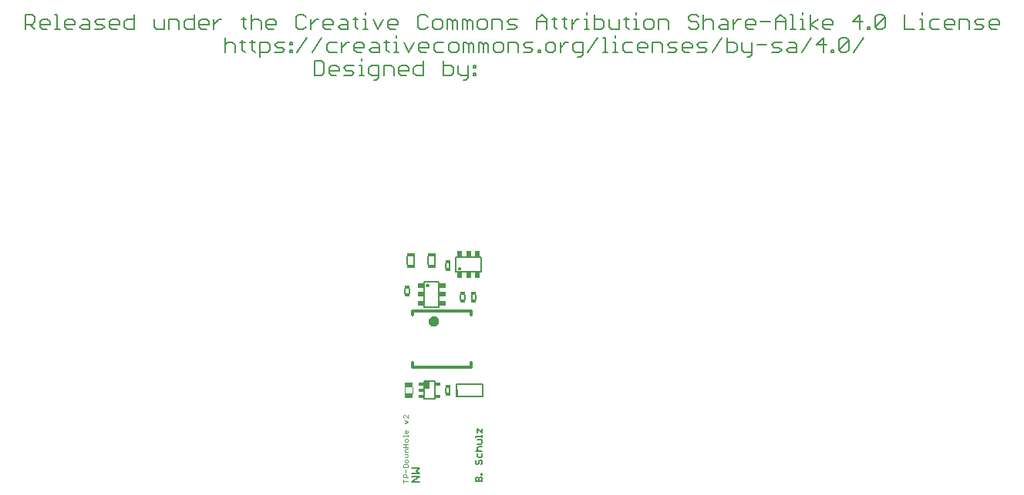
<source format=gto>
G75*
%MOIN*%
%OFA0B0*%
%FSLAX25Y25*%
%IPPOS*%
%LPD*%
%AMOC8*
5,1,8,0,0,1.08239X$1,22.5*
%
%ADD10C,0.00500*%
%ADD11C,0.00400*%
%ADD12C,0.00600*%
%ADD13C,0.03200*%
%ADD14C,0.01200*%
%ADD15R,0.02362X0.01181*%
%ADD16R,0.03400X0.01600*%
%ADD17R,0.01969X0.02559*%
%ADD18C,0.00800*%
%ADD19R,0.02067X0.01181*%
%ADD20R,0.02000X0.03500*%
%ADD21R,0.03740X0.01969*%
%ADD22R,0.02559X0.01969*%
D10*
X0198381Y0040433D02*
X0198381Y0041784D01*
X0198831Y0042235D01*
X0199282Y0042235D01*
X0199732Y0041784D01*
X0199732Y0040433D01*
X0201083Y0040433D02*
X0198381Y0040433D01*
X0199732Y0041784D02*
X0200183Y0042235D01*
X0200633Y0042235D01*
X0201083Y0041784D01*
X0201083Y0040433D01*
X0201083Y0043380D02*
X0201083Y0043830D01*
X0200633Y0043830D01*
X0200633Y0043380D01*
X0201083Y0043380D01*
X0200633Y0047799D02*
X0201083Y0048250D01*
X0201083Y0049151D01*
X0200633Y0049601D01*
X0200183Y0049601D01*
X0199732Y0049151D01*
X0199732Y0048250D01*
X0199282Y0047799D01*
X0198831Y0047799D01*
X0198381Y0048250D01*
X0198381Y0049151D01*
X0198831Y0049601D01*
X0199732Y0050746D02*
X0200633Y0050746D01*
X0201083Y0051196D01*
X0201083Y0052547D01*
X0201083Y0053692D02*
X0198381Y0053692D01*
X0199282Y0054143D02*
X0199282Y0055044D01*
X0199732Y0055494D01*
X0201083Y0055494D01*
X0200633Y0056639D02*
X0201083Y0057089D01*
X0201083Y0058440D01*
X0199282Y0058440D01*
X0198381Y0059585D02*
X0198381Y0060036D01*
X0201083Y0060036D01*
X0201083Y0060486D02*
X0201083Y0059585D01*
X0201083Y0061550D02*
X0201083Y0063351D01*
X0199282Y0063351D02*
X0201083Y0061550D01*
X0199282Y0061550D02*
X0199282Y0063351D01*
X0199282Y0056639D02*
X0200633Y0056639D01*
X0199282Y0054143D02*
X0199732Y0053692D01*
X0199282Y0052547D02*
X0199282Y0051196D01*
X0199732Y0050746D01*
D11*
X0167132Y0041218D02*
X0167132Y0039883D01*
X0167132Y0040550D02*
X0169133Y0040550D01*
X0169133Y0042093D02*
X0167132Y0042093D01*
X0167132Y0043094D01*
X0167465Y0043427D01*
X0168132Y0043427D01*
X0168466Y0043094D01*
X0168466Y0042093D01*
X0168132Y0044303D02*
X0168132Y0045637D01*
X0167132Y0046513D02*
X0169133Y0046513D01*
X0169133Y0047514D01*
X0168800Y0047847D01*
X0167465Y0047847D01*
X0167132Y0047514D01*
X0167132Y0046513D01*
X0168132Y0048723D02*
X0168800Y0048723D01*
X0169133Y0049056D01*
X0169133Y0049723D01*
X0168800Y0050057D01*
X0168132Y0050057D01*
X0167799Y0049723D01*
X0167799Y0049056D01*
X0168132Y0048723D01*
X0167799Y0050932D02*
X0168800Y0050932D01*
X0169133Y0051266D01*
X0168800Y0051600D01*
X0169133Y0051933D01*
X0168800Y0052267D01*
X0167799Y0052267D01*
X0167799Y0053142D02*
X0167799Y0054143D01*
X0168132Y0054477D01*
X0169133Y0054477D01*
X0169133Y0055352D02*
X0167132Y0055352D01*
X0168132Y0055352D02*
X0168132Y0056687D01*
X0168132Y0057562D02*
X0168800Y0057562D01*
X0169133Y0057896D01*
X0169133Y0058563D01*
X0168800Y0058897D01*
X0168132Y0058897D01*
X0167799Y0058563D01*
X0167799Y0057896D01*
X0168132Y0057562D01*
X0167132Y0056687D02*
X0169133Y0056687D01*
X0169133Y0059772D02*
X0169133Y0060439D01*
X0169133Y0060106D02*
X0167132Y0060106D01*
X0167132Y0059772D01*
X0168132Y0061245D02*
X0167799Y0061579D01*
X0167799Y0062246D01*
X0168132Y0062580D01*
X0168466Y0062580D01*
X0168466Y0061245D01*
X0168800Y0061245D02*
X0168132Y0061245D01*
X0168800Y0061245D02*
X0169133Y0061579D01*
X0169133Y0062246D01*
X0167799Y0065665D02*
X0169133Y0066332D01*
X0167799Y0066999D01*
X0167465Y0067875D02*
X0167132Y0068208D01*
X0167132Y0068876D01*
X0167465Y0069209D01*
X0167799Y0069209D01*
X0169133Y0067875D01*
X0169133Y0069209D01*
X0167684Y0078531D02*
X0167684Y0081335D01*
X0171034Y0081335D02*
X0171034Y0078531D01*
X0169133Y0053142D02*
X0167799Y0053142D01*
D12*
X0170630Y0046185D02*
X0174033Y0046185D01*
X0172899Y0045051D01*
X0174033Y0043916D01*
X0170630Y0043916D01*
X0170630Y0042502D02*
X0174033Y0042502D01*
X0170630Y0040233D01*
X0174033Y0040233D01*
X0190233Y0077333D02*
X0201433Y0077333D01*
X0201433Y0082533D01*
X0190233Y0082533D01*
X0190233Y0077333D01*
X0187215Y0078969D02*
X0187215Y0080898D01*
X0185451Y0080898D02*
X0185451Y0078969D01*
X0182522Y0115835D02*
X0176144Y0115835D01*
X0176144Y0116205D01*
X0176144Y0115835D02*
X0176144Y0127031D01*
X0176144Y0126661D01*
X0176144Y0127031D02*
X0182522Y0127031D01*
X0182522Y0126661D01*
X0182522Y0127031D02*
X0182522Y0115835D01*
X0182522Y0116205D01*
X0182522Y0119378D02*
X0182522Y0119748D01*
X0182522Y0123118D02*
X0182522Y0123488D01*
X0177168Y0125370D02*
X0177170Y0125409D01*
X0177176Y0125448D01*
X0177186Y0125486D01*
X0177199Y0125523D01*
X0177216Y0125558D01*
X0177236Y0125592D01*
X0177260Y0125623D01*
X0177287Y0125652D01*
X0177316Y0125678D01*
X0177348Y0125701D01*
X0177382Y0125721D01*
X0177418Y0125737D01*
X0177455Y0125749D01*
X0177494Y0125758D01*
X0177533Y0125763D01*
X0177572Y0125764D01*
X0177611Y0125761D01*
X0177650Y0125754D01*
X0177687Y0125743D01*
X0177724Y0125729D01*
X0177759Y0125711D01*
X0177792Y0125690D01*
X0177823Y0125665D01*
X0177851Y0125638D01*
X0177876Y0125608D01*
X0177898Y0125575D01*
X0177917Y0125541D01*
X0177932Y0125505D01*
X0177944Y0125467D01*
X0177952Y0125429D01*
X0177956Y0125390D01*
X0177956Y0125350D01*
X0177952Y0125311D01*
X0177944Y0125273D01*
X0177932Y0125235D01*
X0177917Y0125199D01*
X0177898Y0125165D01*
X0177876Y0125132D01*
X0177851Y0125102D01*
X0177823Y0125075D01*
X0177792Y0125050D01*
X0177759Y0125029D01*
X0177724Y0125011D01*
X0177687Y0124997D01*
X0177650Y0124986D01*
X0177611Y0124979D01*
X0177572Y0124976D01*
X0177533Y0124977D01*
X0177494Y0124982D01*
X0177455Y0124991D01*
X0177418Y0125003D01*
X0177382Y0125019D01*
X0177348Y0125039D01*
X0177316Y0125062D01*
X0177287Y0125088D01*
X0177260Y0125117D01*
X0177236Y0125148D01*
X0177216Y0125182D01*
X0177199Y0125217D01*
X0177186Y0125254D01*
X0177176Y0125292D01*
X0177170Y0125331D01*
X0177168Y0125370D01*
X0176144Y0123488D02*
X0176144Y0123118D01*
X0176144Y0119748D02*
X0176144Y0119378D01*
X0169715Y0121969D02*
X0169715Y0123898D01*
X0167951Y0123898D02*
X0167951Y0121969D01*
X0185451Y0132969D02*
X0185451Y0134898D01*
X0187215Y0134898D02*
X0187215Y0132969D01*
X0189735Y0131244D02*
X0190105Y0131244D01*
X0189735Y0131244D02*
X0189735Y0137622D01*
X0190105Y0137622D01*
X0189735Y0137622D02*
X0200932Y0137622D01*
X0200562Y0137622D01*
X0200932Y0137622D02*
X0200932Y0131244D01*
X0200562Y0131244D01*
X0200932Y0131244D02*
X0189735Y0131244D01*
X0191002Y0132661D02*
X0191004Y0132700D01*
X0191010Y0132739D01*
X0191020Y0132777D01*
X0191033Y0132814D01*
X0191050Y0132849D01*
X0191070Y0132883D01*
X0191094Y0132914D01*
X0191121Y0132943D01*
X0191150Y0132969D01*
X0191182Y0132992D01*
X0191216Y0133012D01*
X0191252Y0133028D01*
X0191289Y0133040D01*
X0191328Y0133049D01*
X0191367Y0133054D01*
X0191406Y0133055D01*
X0191445Y0133052D01*
X0191484Y0133045D01*
X0191521Y0133034D01*
X0191558Y0133020D01*
X0191593Y0133002D01*
X0191626Y0132981D01*
X0191657Y0132956D01*
X0191685Y0132929D01*
X0191710Y0132899D01*
X0191732Y0132866D01*
X0191751Y0132832D01*
X0191766Y0132796D01*
X0191778Y0132758D01*
X0191786Y0132720D01*
X0191790Y0132681D01*
X0191790Y0132641D01*
X0191786Y0132602D01*
X0191778Y0132564D01*
X0191766Y0132526D01*
X0191751Y0132490D01*
X0191732Y0132456D01*
X0191710Y0132423D01*
X0191685Y0132393D01*
X0191657Y0132366D01*
X0191626Y0132341D01*
X0191593Y0132320D01*
X0191558Y0132302D01*
X0191521Y0132288D01*
X0191484Y0132277D01*
X0191445Y0132270D01*
X0191406Y0132267D01*
X0191367Y0132268D01*
X0191328Y0132273D01*
X0191289Y0132282D01*
X0191252Y0132294D01*
X0191216Y0132310D01*
X0191182Y0132330D01*
X0191150Y0132353D01*
X0191121Y0132379D01*
X0191094Y0132408D01*
X0191070Y0132439D01*
X0191050Y0132473D01*
X0191033Y0132508D01*
X0191020Y0132545D01*
X0191010Y0132583D01*
X0191004Y0132622D01*
X0191002Y0132661D01*
X0193278Y0131244D02*
X0193648Y0131244D01*
X0197018Y0131244D02*
X0197388Y0131244D01*
X0197388Y0137622D02*
X0197018Y0137622D01*
X0193648Y0137622D02*
X0193278Y0137622D01*
X0180735Y0137884D02*
X0180735Y0134482D01*
X0177932Y0134482D02*
X0177932Y0137884D01*
X0171735Y0137884D02*
X0171735Y0134482D01*
X0168932Y0134482D02*
X0168932Y0137884D01*
X0191951Y0121148D02*
X0191951Y0119219D01*
X0193715Y0119219D02*
X0193715Y0121148D01*
X0196701Y0121148D02*
X0196701Y0119219D01*
X0198465Y0119219D02*
X0198465Y0121148D01*
X0194143Y0214098D02*
X0193075Y0214098D01*
X0194143Y0214098D02*
X0195210Y0215166D01*
X0195210Y0220503D01*
X0197385Y0220503D02*
X0197385Y0219436D01*
X0198453Y0219436D01*
X0198453Y0220503D01*
X0197385Y0220503D01*
X0197385Y0217301D02*
X0197385Y0216233D01*
X0198453Y0216233D01*
X0198453Y0217301D01*
X0197385Y0217301D01*
X0195210Y0216233D02*
X0192007Y0216233D01*
X0190940Y0217301D01*
X0190940Y0220503D01*
X0188765Y0219436D02*
X0188765Y0217301D01*
X0187697Y0216233D01*
X0184494Y0216233D01*
X0184494Y0222639D01*
X0184494Y0220503D02*
X0187697Y0220503D01*
X0188765Y0219436D01*
X0187829Y0226233D02*
X0186761Y0227301D01*
X0186761Y0229436D01*
X0187829Y0230503D01*
X0189964Y0230503D01*
X0191032Y0229436D01*
X0191032Y0227301D01*
X0189964Y0226233D01*
X0187829Y0226233D01*
X0184586Y0226233D02*
X0181383Y0226233D01*
X0180316Y0227301D01*
X0180316Y0229436D01*
X0181383Y0230503D01*
X0184586Y0230503D01*
X0178141Y0229436D02*
X0178141Y0228368D01*
X0173870Y0228368D01*
X0173870Y0227301D02*
X0173870Y0229436D01*
X0174938Y0230503D01*
X0177073Y0230503D01*
X0178141Y0229436D01*
X0174938Y0226233D02*
X0173870Y0227301D01*
X0174938Y0226233D02*
X0177073Y0226233D01*
X0175874Y0222639D02*
X0175874Y0216233D01*
X0172671Y0216233D01*
X0171603Y0217301D01*
X0171603Y0219436D01*
X0172671Y0220503D01*
X0175874Y0220503D01*
X0169428Y0219436D02*
X0169428Y0218368D01*
X0165158Y0218368D01*
X0165158Y0217301D02*
X0165158Y0219436D01*
X0166225Y0220503D01*
X0168361Y0220503D01*
X0169428Y0219436D01*
X0166225Y0216233D02*
X0165158Y0217301D01*
X0166225Y0216233D02*
X0168361Y0216233D01*
X0162983Y0216233D02*
X0162983Y0219436D01*
X0161915Y0220503D01*
X0158712Y0220503D01*
X0158712Y0216233D01*
X0156537Y0216233D02*
X0153334Y0216233D01*
X0152267Y0217301D01*
X0152267Y0219436D01*
X0153334Y0220503D01*
X0156537Y0220503D01*
X0156537Y0215166D01*
X0155470Y0214098D01*
X0154402Y0214098D01*
X0150105Y0216233D02*
X0147970Y0216233D01*
X0149037Y0216233D02*
X0149037Y0220503D01*
X0147970Y0220503D01*
X0145795Y0220503D02*
X0142592Y0220503D01*
X0141524Y0219436D01*
X0142592Y0218368D01*
X0144727Y0218368D01*
X0145795Y0217301D01*
X0144727Y0216233D01*
X0141524Y0216233D01*
X0139349Y0218368D02*
X0135079Y0218368D01*
X0135079Y0217301D02*
X0135079Y0219436D01*
X0136146Y0220503D01*
X0138282Y0220503D01*
X0139349Y0219436D01*
X0139349Y0218368D01*
X0138282Y0216233D02*
X0136146Y0216233D01*
X0135079Y0217301D01*
X0132904Y0217301D02*
X0131836Y0216233D01*
X0128633Y0216233D01*
X0128633Y0222639D01*
X0131836Y0222639D01*
X0132904Y0221571D01*
X0132904Y0217301D01*
X0135191Y0226233D02*
X0138393Y0226233D01*
X0140569Y0226233D02*
X0140569Y0230503D01*
X0140569Y0228368D02*
X0142704Y0230503D01*
X0143771Y0230503D01*
X0145940Y0229436D02*
X0147007Y0230503D01*
X0149143Y0230503D01*
X0150210Y0229436D01*
X0150210Y0228368D01*
X0145940Y0228368D01*
X0145940Y0227301D02*
X0145940Y0229436D01*
X0145940Y0227301D02*
X0147007Y0226233D01*
X0149143Y0226233D01*
X0149037Y0223706D02*
X0149037Y0222639D01*
X0153453Y0226233D02*
X0152385Y0227301D01*
X0153453Y0228368D01*
X0156656Y0228368D01*
X0156656Y0229436D02*
X0156656Y0226233D01*
X0153453Y0226233D01*
X0153453Y0230503D02*
X0155588Y0230503D01*
X0156656Y0229436D01*
X0158831Y0230503D02*
X0160966Y0230503D01*
X0159898Y0231571D02*
X0159898Y0227301D01*
X0160966Y0226233D01*
X0163128Y0226233D02*
X0165263Y0226233D01*
X0164195Y0226233D02*
X0164195Y0230503D01*
X0163128Y0230503D01*
X0164195Y0232639D02*
X0164195Y0233706D01*
X0163676Y0236233D02*
X0161541Y0236233D01*
X0160474Y0237301D01*
X0160474Y0239436D01*
X0161541Y0240503D01*
X0163676Y0240503D01*
X0164744Y0239436D01*
X0164744Y0238368D01*
X0160474Y0238368D01*
X0158299Y0240503D02*
X0156163Y0236233D01*
X0154028Y0240503D01*
X0150799Y0240503D02*
X0150799Y0236233D01*
X0151866Y0236233D02*
X0149731Y0236233D01*
X0147569Y0236233D02*
X0146502Y0237301D01*
X0146502Y0241571D01*
X0147569Y0240503D02*
X0145434Y0240503D01*
X0143259Y0239436D02*
X0143259Y0236233D01*
X0140056Y0236233D01*
X0138989Y0237301D01*
X0140056Y0238368D01*
X0143259Y0238368D01*
X0143259Y0239436D02*
X0142191Y0240503D01*
X0140056Y0240503D01*
X0136814Y0239436D02*
X0136814Y0238368D01*
X0132543Y0238368D01*
X0132543Y0237301D02*
X0132543Y0239436D01*
X0133611Y0240503D01*
X0135746Y0240503D01*
X0136814Y0239436D01*
X0133611Y0236233D02*
X0132543Y0237301D01*
X0133611Y0236233D02*
X0135746Y0236233D01*
X0131948Y0232639D02*
X0127678Y0226233D01*
X0121232Y0226233D02*
X0125502Y0232639D01*
X0123929Y0236233D02*
X0124997Y0237301D01*
X0123929Y0236233D02*
X0121794Y0236233D01*
X0120727Y0237301D01*
X0120727Y0241571D01*
X0121794Y0242639D01*
X0123929Y0242639D01*
X0124997Y0241571D01*
X0127172Y0240503D02*
X0127172Y0236233D01*
X0127172Y0238368D02*
X0129307Y0240503D01*
X0130375Y0240503D01*
X0135191Y0230503D02*
X0134123Y0229436D01*
X0134123Y0227301D01*
X0135191Y0226233D01*
X0135191Y0230503D02*
X0138393Y0230503D01*
X0149731Y0240503D02*
X0150799Y0240503D01*
X0150799Y0242639D02*
X0150799Y0243706D01*
X0167425Y0230503D02*
X0169560Y0226233D01*
X0171695Y0230503D01*
X0174432Y0236233D02*
X0176567Y0236233D01*
X0177635Y0237301D01*
X0179810Y0237301D02*
X0180878Y0236233D01*
X0183013Y0236233D01*
X0184081Y0237301D01*
X0184081Y0239436D01*
X0183013Y0240503D01*
X0180878Y0240503D01*
X0179810Y0239436D01*
X0179810Y0237301D01*
X0174432Y0236233D02*
X0173365Y0237301D01*
X0173365Y0241571D01*
X0174432Y0242639D01*
X0176567Y0242639D01*
X0177635Y0241571D01*
X0186256Y0240503D02*
X0187323Y0240503D01*
X0188391Y0239436D01*
X0189458Y0240503D01*
X0190526Y0239436D01*
X0190526Y0236233D01*
X0188391Y0236233D02*
X0188391Y0239436D01*
X0186256Y0240503D02*
X0186256Y0236233D01*
X0192701Y0236233D02*
X0192701Y0240503D01*
X0193769Y0240503D01*
X0194836Y0239436D01*
X0195904Y0240503D01*
X0196972Y0239436D01*
X0196972Y0236233D01*
X0194836Y0236233D02*
X0194836Y0239436D01*
X0199147Y0239436D02*
X0199147Y0237301D01*
X0200214Y0236233D01*
X0202349Y0236233D01*
X0203417Y0237301D01*
X0203417Y0239436D01*
X0202349Y0240503D01*
X0200214Y0240503D01*
X0199147Y0239436D01*
X0205592Y0240503D02*
X0208795Y0240503D01*
X0209863Y0239436D01*
X0209863Y0236233D01*
X0212038Y0236233D02*
X0215240Y0236233D01*
X0216308Y0237301D01*
X0215240Y0238368D01*
X0213105Y0238368D01*
X0212038Y0239436D01*
X0213105Y0240503D01*
X0216308Y0240503D01*
X0224929Y0240503D02*
X0224929Y0236233D01*
X0229199Y0236233D02*
X0229199Y0240503D01*
X0227064Y0242639D01*
X0224929Y0240503D01*
X0224929Y0239436D02*
X0229199Y0239436D01*
X0231374Y0240503D02*
X0233509Y0240503D01*
X0232442Y0241571D02*
X0232442Y0237301D01*
X0233509Y0236233D01*
X0236739Y0237301D02*
X0237806Y0236233D01*
X0236739Y0237301D02*
X0236739Y0241571D01*
X0237806Y0240503D02*
X0235671Y0240503D01*
X0239968Y0240503D02*
X0239968Y0236233D01*
X0239968Y0238368D02*
X0242103Y0240503D01*
X0243171Y0240503D01*
X0245339Y0240503D02*
X0246407Y0240503D01*
X0246407Y0236233D01*
X0245339Y0236233D02*
X0247475Y0236233D01*
X0249636Y0236233D02*
X0252839Y0236233D01*
X0253907Y0237301D01*
X0253907Y0239436D01*
X0252839Y0240503D01*
X0249636Y0240503D01*
X0249636Y0242639D02*
X0249636Y0236233D01*
X0251190Y0232639D02*
X0246919Y0226233D01*
X0244744Y0226233D02*
X0241541Y0226233D01*
X0240474Y0227301D01*
X0240474Y0229436D01*
X0241541Y0230503D01*
X0244744Y0230503D01*
X0244744Y0225166D01*
X0243676Y0224098D01*
X0242609Y0224098D01*
X0235103Y0226233D02*
X0235103Y0230503D01*
X0235103Y0228368D02*
X0237238Y0230503D01*
X0238305Y0230503D01*
X0232927Y0229436D02*
X0232927Y0227301D01*
X0231860Y0226233D01*
X0229725Y0226233D01*
X0228657Y0227301D01*
X0228657Y0229436D01*
X0229725Y0230503D01*
X0231860Y0230503D01*
X0232927Y0229436D01*
X0226502Y0227301D02*
X0226502Y0226233D01*
X0225434Y0226233D01*
X0225434Y0227301D01*
X0226502Y0227301D01*
X0223259Y0227301D02*
X0222191Y0226233D01*
X0218989Y0226233D01*
X0216814Y0226233D02*
X0216814Y0229436D01*
X0215746Y0230503D01*
X0212543Y0230503D01*
X0212543Y0226233D01*
X0210368Y0227301D02*
X0210368Y0229436D01*
X0209301Y0230503D01*
X0207165Y0230503D01*
X0206098Y0229436D01*
X0206098Y0227301D01*
X0207165Y0226233D01*
X0209301Y0226233D01*
X0210368Y0227301D01*
X0203923Y0226233D02*
X0203923Y0229436D01*
X0202855Y0230503D01*
X0201787Y0229436D01*
X0201787Y0226233D01*
X0199652Y0226233D02*
X0199652Y0230503D01*
X0200720Y0230503D01*
X0201787Y0229436D01*
X0197477Y0229436D02*
X0197477Y0226233D01*
X0195342Y0226233D02*
X0195342Y0229436D01*
X0196410Y0230503D01*
X0197477Y0229436D01*
X0195342Y0229436D02*
X0194274Y0230503D01*
X0193207Y0230503D01*
X0193207Y0226233D01*
X0205592Y0236233D02*
X0205592Y0240503D01*
X0218989Y0229436D02*
X0220056Y0230503D01*
X0223259Y0230503D01*
X0222191Y0228368D02*
X0220056Y0228368D01*
X0218989Y0229436D01*
X0222191Y0228368D02*
X0223259Y0227301D01*
X0246407Y0242639D02*
X0246407Y0243706D01*
X0256082Y0240503D02*
X0256082Y0237301D01*
X0257150Y0236233D01*
X0260352Y0236233D01*
X0260352Y0240503D01*
X0262527Y0240503D02*
X0264663Y0240503D01*
X0263595Y0241571D02*
X0263595Y0237301D01*
X0264663Y0236233D01*
X0266824Y0236233D02*
X0268960Y0236233D01*
X0267892Y0236233D02*
X0267892Y0240503D01*
X0266824Y0240503D01*
X0267892Y0242639D02*
X0267892Y0243706D01*
X0271121Y0239436D02*
X0271121Y0237301D01*
X0272189Y0236233D01*
X0274324Y0236233D01*
X0275392Y0237301D01*
X0275392Y0239436D01*
X0274324Y0240503D01*
X0272189Y0240503D01*
X0271121Y0239436D01*
X0277567Y0240503D02*
X0280770Y0240503D01*
X0281837Y0239436D01*
X0281837Y0236233D01*
X0277567Y0236233D02*
X0277567Y0240503D01*
X0290458Y0240503D02*
X0291526Y0239436D01*
X0293661Y0239436D01*
X0294728Y0238368D01*
X0294728Y0237301D01*
X0293661Y0236233D01*
X0291526Y0236233D01*
X0290458Y0237301D01*
X0290458Y0240503D02*
X0290458Y0241571D01*
X0291526Y0242639D01*
X0293661Y0242639D01*
X0294728Y0241571D01*
X0296903Y0242639D02*
X0296903Y0236233D01*
X0301174Y0236233D02*
X0301174Y0239436D01*
X0300106Y0240503D01*
X0297971Y0240503D01*
X0296903Y0239436D01*
X0303349Y0237301D02*
X0304417Y0238368D01*
X0307619Y0238368D01*
X0307619Y0239436D02*
X0307619Y0236233D01*
X0304417Y0236233D01*
X0303349Y0237301D01*
X0304417Y0240503D02*
X0306552Y0240503D01*
X0307619Y0239436D01*
X0309794Y0240503D02*
X0309794Y0236233D01*
X0309794Y0238368D02*
X0311930Y0240503D01*
X0312997Y0240503D01*
X0315166Y0239436D02*
X0315166Y0237301D01*
X0316233Y0236233D01*
X0318368Y0236233D01*
X0319436Y0238368D02*
X0315166Y0238368D01*
X0315166Y0239436D02*
X0316233Y0240503D01*
X0318368Y0240503D01*
X0319436Y0239436D01*
X0319436Y0238368D01*
X0321611Y0239436D02*
X0325881Y0239436D01*
X0328057Y0239436D02*
X0332327Y0239436D01*
X0332327Y0240503D02*
X0332327Y0236233D01*
X0334502Y0236233D02*
X0336637Y0236233D01*
X0335570Y0236233D02*
X0335570Y0242639D01*
X0334502Y0242639D01*
X0332327Y0240503D02*
X0330192Y0242639D01*
X0328057Y0240503D01*
X0328057Y0236233D01*
X0327481Y0230503D02*
X0326414Y0229436D01*
X0327481Y0228368D01*
X0329616Y0228368D01*
X0330684Y0227301D01*
X0329616Y0226233D01*
X0326414Y0226233D01*
X0324239Y0229436D02*
X0319968Y0229436D01*
X0317793Y0230503D02*
X0317793Y0225166D01*
X0316725Y0224098D01*
X0315658Y0224098D01*
X0314590Y0226233D02*
X0317793Y0226233D01*
X0314590Y0226233D02*
X0313523Y0227301D01*
X0313523Y0230503D01*
X0311348Y0229436D02*
X0310280Y0230503D01*
X0307077Y0230503D01*
X0307077Y0232639D02*
X0307077Y0226233D01*
X0310280Y0226233D01*
X0311348Y0227301D01*
X0311348Y0229436D01*
X0304902Y0232639D02*
X0300632Y0226233D01*
X0298457Y0227301D02*
X0297389Y0226233D01*
X0294186Y0226233D01*
X0295254Y0228368D02*
X0294186Y0229436D01*
X0295254Y0230503D01*
X0298457Y0230503D01*
X0297389Y0228368D02*
X0295254Y0228368D01*
X0297389Y0228368D02*
X0298457Y0227301D01*
X0292011Y0228368D02*
X0287741Y0228368D01*
X0287741Y0227301D02*
X0287741Y0229436D01*
X0288808Y0230503D01*
X0290943Y0230503D01*
X0292011Y0229436D01*
X0292011Y0228368D01*
X0290943Y0226233D02*
X0288808Y0226233D01*
X0287741Y0227301D01*
X0285566Y0227301D02*
X0284498Y0228368D01*
X0282363Y0228368D01*
X0281295Y0229436D01*
X0282363Y0230503D01*
X0285566Y0230503D01*
X0285566Y0227301D02*
X0284498Y0226233D01*
X0281295Y0226233D01*
X0279120Y0226233D02*
X0279120Y0229436D01*
X0278052Y0230503D01*
X0274850Y0230503D01*
X0274850Y0226233D01*
X0272675Y0228368D02*
X0268404Y0228368D01*
X0268404Y0227301D02*
X0268404Y0229436D01*
X0269472Y0230503D01*
X0271607Y0230503D01*
X0272675Y0229436D01*
X0272675Y0228368D01*
X0271607Y0226233D02*
X0269472Y0226233D01*
X0268404Y0227301D01*
X0266229Y0226233D02*
X0263026Y0226233D01*
X0261959Y0227301D01*
X0261959Y0229436D01*
X0263026Y0230503D01*
X0266229Y0230503D01*
X0258729Y0230503D02*
X0258729Y0226233D01*
X0257662Y0226233D02*
X0259797Y0226233D01*
X0255500Y0226233D02*
X0253365Y0226233D01*
X0254432Y0226233D02*
X0254432Y0232639D01*
X0253365Y0232639D01*
X0257662Y0230503D02*
X0258729Y0230503D01*
X0258729Y0232639D02*
X0258729Y0233706D01*
X0327481Y0230503D02*
X0330684Y0230503D01*
X0333927Y0230503D02*
X0336062Y0230503D01*
X0337130Y0229436D01*
X0337130Y0226233D01*
X0333927Y0226233D01*
X0332859Y0227301D01*
X0333927Y0228368D01*
X0337130Y0228368D01*
X0339305Y0226233D02*
X0343575Y0232639D01*
X0343096Y0236233D02*
X0343096Y0242639D01*
X0339867Y0242639D02*
X0339867Y0243706D01*
X0339867Y0240503D02*
X0338799Y0240503D01*
X0339867Y0240503D02*
X0339867Y0236233D01*
X0340934Y0236233D02*
X0338799Y0236233D01*
X0343096Y0238368D02*
X0346299Y0240503D01*
X0348467Y0239436D02*
X0348467Y0237301D01*
X0349535Y0236233D01*
X0351670Y0236233D01*
X0352738Y0238368D02*
X0348467Y0238368D01*
X0348467Y0239436D02*
X0349535Y0240503D01*
X0351670Y0240503D01*
X0352738Y0239436D01*
X0352738Y0238368D01*
X0346299Y0236233D02*
X0343096Y0238368D01*
X0348953Y0232639D02*
X0345750Y0229436D01*
X0350021Y0229436D01*
X0352196Y0227301D02*
X0353263Y0227301D01*
X0353263Y0226233D01*
X0352196Y0226233D01*
X0352196Y0227301D01*
X0355418Y0227301D02*
X0356486Y0226233D01*
X0358621Y0226233D01*
X0359689Y0227301D01*
X0359689Y0231571D01*
X0355418Y0227301D01*
X0355418Y0231571D01*
X0356486Y0232639D01*
X0358621Y0232639D01*
X0359689Y0231571D01*
X0364561Y0236233D02*
X0364561Y0242639D01*
X0361358Y0239436D01*
X0365629Y0239436D01*
X0367804Y0237301D02*
X0368871Y0237301D01*
X0368871Y0236233D01*
X0367804Y0236233D01*
X0367804Y0237301D01*
X0371027Y0237301D02*
X0372094Y0236233D01*
X0374229Y0236233D01*
X0375297Y0237301D01*
X0375297Y0241571D01*
X0371027Y0237301D01*
X0371027Y0241571D01*
X0372094Y0242639D01*
X0374229Y0242639D01*
X0375297Y0241571D01*
X0383918Y0242639D02*
X0383918Y0236233D01*
X0388188Y0236233D01*
X0390363Y0236233D02*
X0392498Y0236233D01*
X0391431Y0236233D02*
X0391431Y0240503D01*
X0390363Y0240503D01*
X0391431Y0242639D02*
X0391431Y0243706D01*
X0394660Y0239436D02*
X0394660Y0237301D01*
X0395728Y0236233D01*
X0398930Y0236233D01*
X0401106Y0237301D02*
X0401106Y0239436D01*
X0402173Y0240503D01*
X0404308Y0240503D01*
X0405376Y0239436D01*
X0405376Y0238368D01*
X0401106Y0238368D01*
X0401106Y0237301D02*
X0402173Y0236233D01*
X0404308Y0236233D01*
X0407551Y0236233D02*
X0407551Y0240503D01*
X0410754Y0240503D01*
X0411821Y0239436D01*
X0411821Y0236233D01*
X0413997Y0236233D02*
X0417199Y0236233D01*
X0418267Y0237301D01*
X0417199Y0238368D01*
X0415064Y0238368D01*
X0413997Y0239436D01*
X0415064Y0240503D01*
X0418267Y0240503D01*
X0420442Y0239436D02*
X0421510Y0240503D01*
X0423645Y0240503D01*
X0424712Y0239436D01*
X0424712Y0238368D01*
X0420442Y0238368D01*
X0420442Y0237301D02*
X0420442Y0239436D01*
X0420442Y0237301D02*
X0421510Y0236233D01*
X0423645Y0236233D01*
X0398930Y0240503D02*
X0395728Y0240503D01*
X0394660Y0239436D01*
X0366134Y0232639D02*
X0361864Y0226233D01*
X0348953Y0226233D02*
X0348953Y0232639D01*
X0119077Y0230503D02*
X0119077Y0229436D01*
X0118009Y0229436D01*
X0118009Y0230503D01*
X0119077Y0230503D01*
X0119077Y0227301D02*
X0119077Y0226233D01*
X0118009Y0226233D01*
X0118009Y0227301D01*
X0119077Y0227301D01*
X0115834Y0227301D02*
X0114767Y0226233D01*
X0111564Y0226233D01*
X0112631Y0228368D02*
X0111564Y0229436D01*
X0112631Y0230503D01*
X0115834Y0230503D01*
X0114767Y0228368D02*
X0112631Y0228368D01*
X0114767Y0228368D02*
X0115834Y0227301D01*
X0109389Y0227301D02*
X0108321Y0226233D01*
X0105118Y0226233D01*
X0105118Y0224098D02*
X0105118Y0230503D01*
X0108321Y0230503D01*
X0109389Y0229436D01*
X0109389Y0227301D01*
X0102956Y0226233D02*
X0101889Y0227301D01*
X0101889Y0231571D01*
X0102956Y0230503D02*
X0100821Y0230503D01*
X0098659Y0230503D02*
X0096524Y0230503D01*
X0097592Y0231571D02*
X0097592Y0227301D01*
X0098659Y0226233D01*
X0094349Y0226233D02*
X0094349Y0229436D01*
X0093282Y0230503D01*
X0091146Y0230503D01*
X0090079Y0229436D01*
X0090079Y0232639D02*
X0090079Y0226233D01*
X0085276Y0236233D02*
X0085276Y0240503D01*
X0085276Y0238368D02*
X0087411Y0240503D01*
X0088479Y0240503D01*
X0083101Y0239436D02*
X0083101Y0238368D01*
X0078831Y0238368D01*
X0078831Y0237301D02*
X0078831Y0239436D01*
X0079898Y0240503D01*
X0082034Y0240503D01*
X0083101Y0239436D01*
X0079898Y0236233D02*
X0078831Y0237301D01*
X0079898Y0236233D02*
X0082034Y0236233D01*
X0076656Y0236233D02*
X0073453Y0236233D01*
X0072385Y0237301D01*
X0072385Y0239436D01*
X0073453Y0240503D01*
X0076656Y0240503D01*
X0076656Y0242639D02*
X0076656Y0236233D01*
X0070210Y0236233D02*
X0070210Y0239436D01*
X0069143Y0240503D01*
X0065940Y0240503D01*
X0065940Y0236233D01*
X0063765Y0236233D02*
X0063765Y0240503D01*
X0059494Y0240503D02*
X0059494Y0237301D01*
X0060562Y0236233D01*
X0063765Y0236233D01*
X0050874Y0236233D02*
X0050874Y0242639D01*
X0050874Y0240503D02*
X0047671Y0240503D01*
X0046603Y0239436D01*
X0046603Y0237301D01*
X0047671Y0236233D01*
X0050874Y0236233D01*
X0044428Y0238368D02*
X0040158Y0238368D01*
X0040158Y0237301D02*
X0040158Y0239436D01*
X0041225Y0240503D01*
X0043361Y0240503D01*
X0044428Y0239436D01*
X0044428Y0238368D01*
X0043361Y0236233D02*
X0041225Y0236233D01*
X0040158Y0237301D01*
X0037983Y0237301D02*
X0036915Y0236233D01*
X0033712Y0236233D01*
X0031537Y0236233D02*
X0028334Y0236233D01*
X0027267Y0237301D01*
X0028334Y0238368D01*
X0031537Y0238368D01*
X0031537Y0239436D02*
X0031537Y0236233D01*
X0033712Y0239436D02*
X0034780Y0238368D01*
X0036915Y0238368D01*
X0037983Y0237301D01*
X0037983Y0240503D02*
X0034780Y0240503D01*
X0033712Y0239436D01*
X0031537Y0239436D02*
X0030470Y0240503D01*
X0028334Y0240503D01*
X0025092Y0239436D02*
X0025092Y0238368D01*
X0020821Y0238368D01*
X0020821Y0237301D02*
X0020821Y0239436D01*
X0021889Y0240503D01*
X0024024Y0240503D01*
X0025092Y0239436D01*
X0021889Y0236233D02*
X0020821Y0237301D01*
X0021889Y0236233D02*
X0024024Y0236233D01*
X0018659Y0236233D02*
X0016524Y0236233D01*
X0017592Y0236233D02*
X0017592Y0242639D01*
X0016524Y0242639D01*
X0014349Y0239436D02*
X0014349Y0238368D01*
X0010079Y0238368D01*
X0010079Y0237301D02*
X0010079Y0239436D01*
X0011146Y0240503D01*
X0013282Y0240503D01*
X0014349Y0239436D01*
X0011146Y0236233D02*
X0010079Y0237301D01*
X0011146Y0236233D02*
X0013282Y0236233D01*
X0007904Y0236233D02*
X0005768Y0238368D01*
X0006836Y0238368D02*
X0003633Y0238368D01*
X0003633Y0236233D02*
X0003633Y0242639D01*
X0006836Y0242639D01*
X0007904Y0241571D01*
X0007904Y0239436D01*
X0006836Y0238368D01*
X0097093Y0240503D02*
X0099228Y0240503D01*
X0098161Y0241571D02*
X0098161Y0237301D01*
X0099228Y0236233D01*
X0101390Y0236233D02*
X0101390Y0242639D01*
X0102458Y0240503D02*
X0104593Y0240503D01*
X0105660Y0239436D01*
X0105660Y0236233D01*
X0107836Y0237301D02*
X0107836Y0239436D01*
X0108903Y0240503D01*
X0111038Y0240503D01*
X0112106Y0239436D01*
X0112106Y0238368D01*
X0107836Y0238368D01*
X0107836Y0237301D02*
X0108903Y0236233D01*
X0111038Y0236233D01*
X0102458Y0240503D02*
X0101390Y0239436D01*
D13*
X0179833Y0109683D02*
X0179835Y0109727D01*
X0179841Y0109771D01*
X0179851Y0109814D01*
X0179864Y0109856D01*
X0179881Y0109897D01*
X0179902Y0109936D01*
X0179926Y0109973D01*
X0179953Y0110008D01*
X0179983Y0110040D01*
X0180016Y0110070D01*
X0180052Y0110096D01*
X0180089Y0110120D01*
X0180129Y0110139D01*
X0180170Y0110156D01*
X0180213Y0110168D01*
X0180256Y0110177D01*
X0180300Y0110182D01*
X0180344Y0110183D01*
X0180388Y0110180D01*
X0180432Y0110173D01*
X0180475Y0110162D01*
X0180517Y0110148D01*
X0180557Y0110130D01*
X0180596Y0110108D01*
X0180632Y0110084D01*
X0180666Y0110056D01*
X0180698Y0110025D01*
X0180727Y0109991D01*
X0180753Y0109955D01*
X0180775Y0109917D01*
X0180794Y0109877D01*
X0180809Y0109835D01*
X0180821Y0109793D01*
X0180829Y0109749D01*
X0180833Y0109705D01*
X0180833Y0109661D01*
X0180829Y0109617D01*
X0180821Y0109573D01*
X0180809Y0109531D01*
X0180794Y0109489D01*
X0180775Y0109449D01*
X0180753Y0109411D01*
X0180727Y0109375D01*
X0180698Y0109341D01*
X0180666Y0109310D01*
X0180632Y0109282D01*
X0180596Y0109258D01*
X0180557Y0109236D01*
X0180517Y0109218D01*
X0180475Y0109204D01*
X0180432Y0109193D01*
X0180388Y0109186D01*
X0180344Y0109183D01*
X0180300Y0109184D01*
X0180256Y0109189D01*
X0180213Y0109198D01*
X0180170Y0109210D01*
X0180129Y0109227D01*
X0180089Y0109246D01*
X0180052Y0109270D01*
X0180016Y0109296D01*
X0179983Y0109326D01*
X0179953Y0109358D01*
X0179926Y0109393D01*
X0179902Y0109430D01*
X0179881Y0109469D01*
X0179864Y0109510D01*
X0179851Y0109552D01*
X0179841Y0109595D01*
X0179835Y0109639D01*
X0179833Y0109683D01*
D14*
X0171235Y0112419D02*
X0171235Y0114388D01*
X0196432Y0114388D01*
X0196432Y0112419D01*
X0196432Y0091947D02*
X0196432Y0089978D01*
X0171235Y0089978D01*
X0171235Y0091947D01*
D15*
X0186352Y0081543D03*
X0186352Y0078343D03*
X0192852Y0118593D03*
X0192852Y0121793D03*
X0197602Y0121793D03*
X0197602Y0118593D03*
X0186352Y0132343D03*
X0186352Y0135543D03*
X0168814Y0124524D03*
X0168814Y0121324D03*
D16*
X0170333Y0133683D03*
X0170333Y0138683D03*
X0179333Y0138683D03*
X0179333Y0133683D03*
D17*
X0191593Y0129807D03*
X0195333Y0129807D03*
X0199073Y0129807D03*
X0199073Y0139059D03*
X0195333Y0139059D03*
X0191593Y0139059D03*
D18*
X0180696Y0083772D02*
X0175971Y0083772D01*
X0175971Y0076094D01*
X0180696Y0076094D01*
X0180696Y0083772D01*
X0190322Y0080327D02*
X0190322Y0077177D01*
X0192684Y0077177D01*
X0198983Y0077177D02*
X0201345Y0077177D01*
X0201345Y0080327D01*
D19*
X0182024Y0082492D03*
X0182024Y0077374D03*
X0174642Y0077374D03*
X0174642Y0079933D03*
X0174642Y0082492D03*
D20*
X0177333Y0082183D03*
D21*
X0169353Y0082249D03*
X0169353Y0077649D03*
D22*
X0174707Y0117693D03*
X0174707Y0121433D03*
X0174707Y0125173D03*
X0183959Y0125173D03*
X0183959Y0121433D03*
X0183959Y0117693D03*
M02*

</source>
